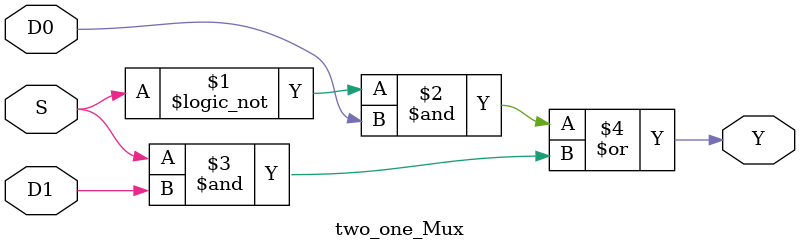
<source format=v>
`timescale 1ns / 1ps


module two_one_Mux(
    input D0,
    input D1,
    input S,
    output Y
    );
    
    assign Y = ((!S)&D0)|(S&D1);
    
endmodule

</source>
